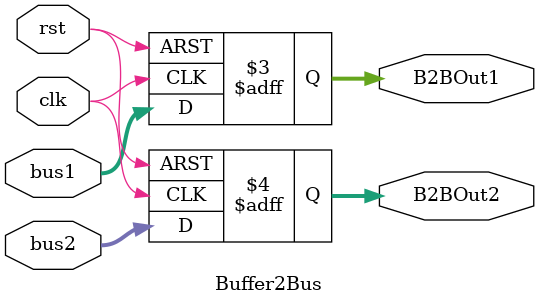
<source format=v>
module Buffer2Bus #(parameter WIDTH = 32)(
input [WIDTH-1:0] bus1, bus2, 
input clk, rst,
output reg [WIDTH-1:0] B2BOut1, B2BOut2  //Buffer 2 buses Output
);

always @ (negedge rst or posedge clk)
begin
	// Reset whenever the reset signal goes low, regardless of the clock
	if (!rst)
	begin
		B2BOut1 <= 32'b0;
		B2BOut2 <= 32'b0;
	end
	// If not resetting, update the register output on the clock's rising edge
	else
	begin
		B2BOut1 <= bus1;
		B2BOut2 <= bus2;
	end
end


endmodule 
</source>
